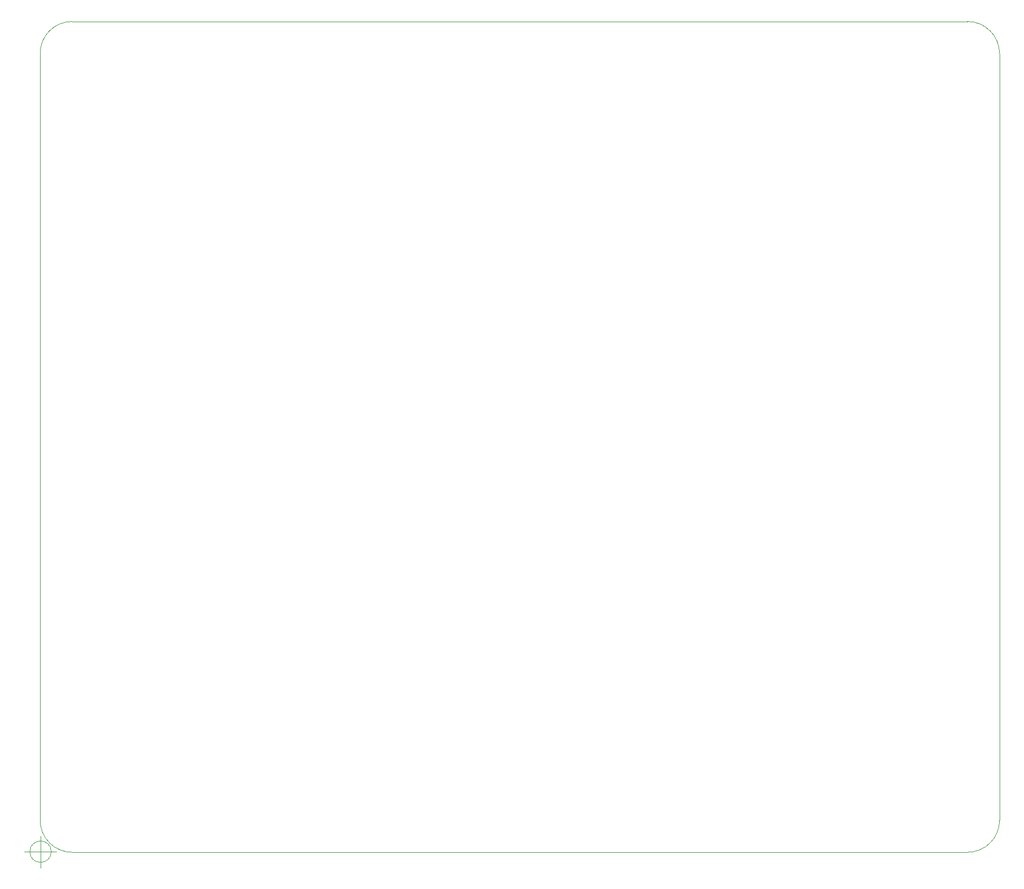
<source format=gm1>
G04 #@! TF.GenerationSoftware,KiCad,Pcbnew,(5.1.9-0-10_14)*
G04 #@! TF.CreationDate,2021-03-21T13:51:25-07:00*
G04 #@! TF.ProjectId,telemetry-pcb,74656c65-6d65-4747-9279-2d7063622e6b,rev?*
G04 #@! TF.SameCoordinates,Original*
G04 #@! TF.FileFunction,Profile,NP*
%FSLAX46Y46*%
G04 Gerber Fmt 4.6, Leading zero omitted, Abs format (unit mm)*
G04 Created by KiCad (PCBNEW (5.1.9-0-10_14)) date 2021-03-21 13:51:25*
%MOMM*%
%LPD*%
G01*
G04 APERTURE LIST*
G04 #@! TA.AperFunction,Profile*
%ADD10C,0.050000*%
G04 #@! TD*
G04 #@! TA.AperFunction,Profile*
%ADD11C,0.100000*%
G04 #@! TD*
G04 APERTURE END LIST*
D10*
X51730066Y-149910800D02*
G75*
G03*
X51730066Y-149910800I-1666666J0D01*
G01*
X47563400Y-149910800D02*
X52563400Y-149910800D01*
X50063400Y-147410800D02*
X50063400Y-152410800D01*
D11*
X200000000Y-145000000D02*
G75*
G02*
X195000000Y-150000000I-5000000J0D01*
G01*
X195000000Y-20000000D02*
G75*
G02*
X200000000Y-25000000I0J-5000000D01*
G01*
X50000000Y-25000000D02*
G75*
G02*
X55000000Y-20000000I5000000J0D01*
G01*
X55000000Y-150000000D02*
G75*
G02*
X50000000Y-145000000I0J5000000D01*
G01*
X200000000Y-25000000D02*
X200000000Y-145000000D01*
X55000000Y-20000000D02*
X195000000Y-20000000D01*
X50000000Y-25000000D02*
X50000000Y-145000000D01*
X55000000Y-150000000D02*
X195000000Y-150000000D01*
M02*

</source>
